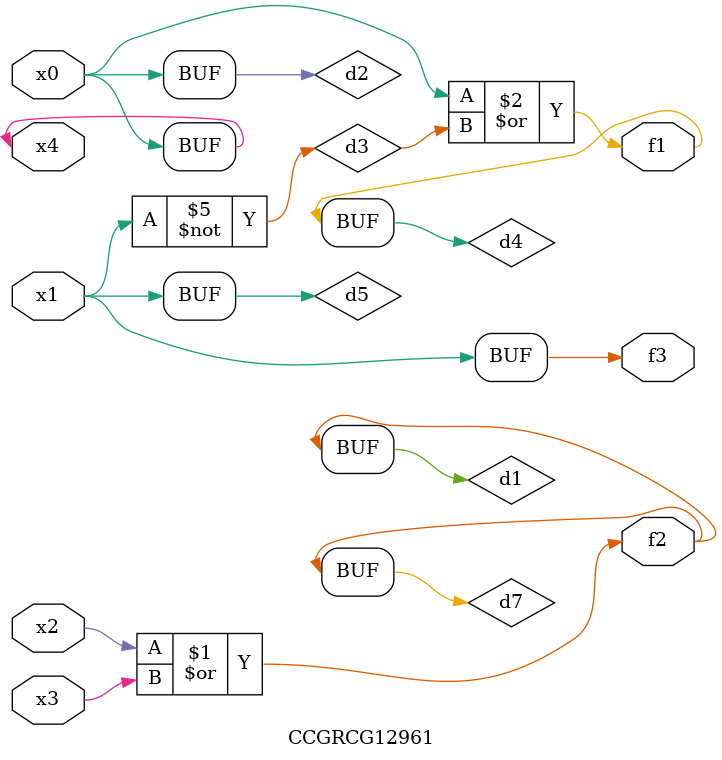
<source format=v>
module CCGRCG12961(
	input x0, x1, x2, x3, x4,
	output f1, f2, f3
);

	wire d1, d2, d3, d4, d5, d6, d7;

	or (d1, x2, x3);
	buf (d2, x0, x4);
	not (d3, x1);
	or (d4, d2, d3);
	not (d5, d3);
	nand (d6, d1, d3);
	or (d7, d1);
	assign f1 = d4;
	assign f2 = d7;
	assign f3 = d5;
endmodule

</source>
